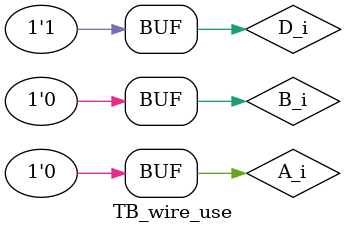
<source format=v>
`timescale 1ps/1ps

module TB_wire_use(
    // TB don't have any I/O port
);

    reg     A_i;
    reg     B_i;
    reg     D_i;
    wire    E_o;

    // DUT inst
    wire_use u_wire_use(
        .A_i    ( A_i ),
        .B_i    ( B_i ),
        .D_i    ( D_i ),
        .E_o    ( E_o )
    );

    initial begin
        #0
        A_i = 1'b0;
        B_i = 1'b0;
        D_i = 1'b0;
        
        #5
        A_i = 1'b1;
        B_i = 1'b0;
        D_i = 1'b0;
        
        #5
        A_i = 1'b1;
        B_i = 1'b1;
        D_i = 1'b0;
        
        #5
        A_i = 1'b1;
        B_i = 1'b1;
        D_i = 1'b1;
        
        #5
        A_i = 1'b0;
        B_i = 1'b1;
        D_i = 1'b0;
        
        #5
        A_i = 1'b0;
        B_i = 1'b1;
        D_i = 1'b1;
        
        #5
        A_i = 1'b0;
        B_i = 1'b0;
        D_i = 1'b1;
        
    end

endmodule
</source>
